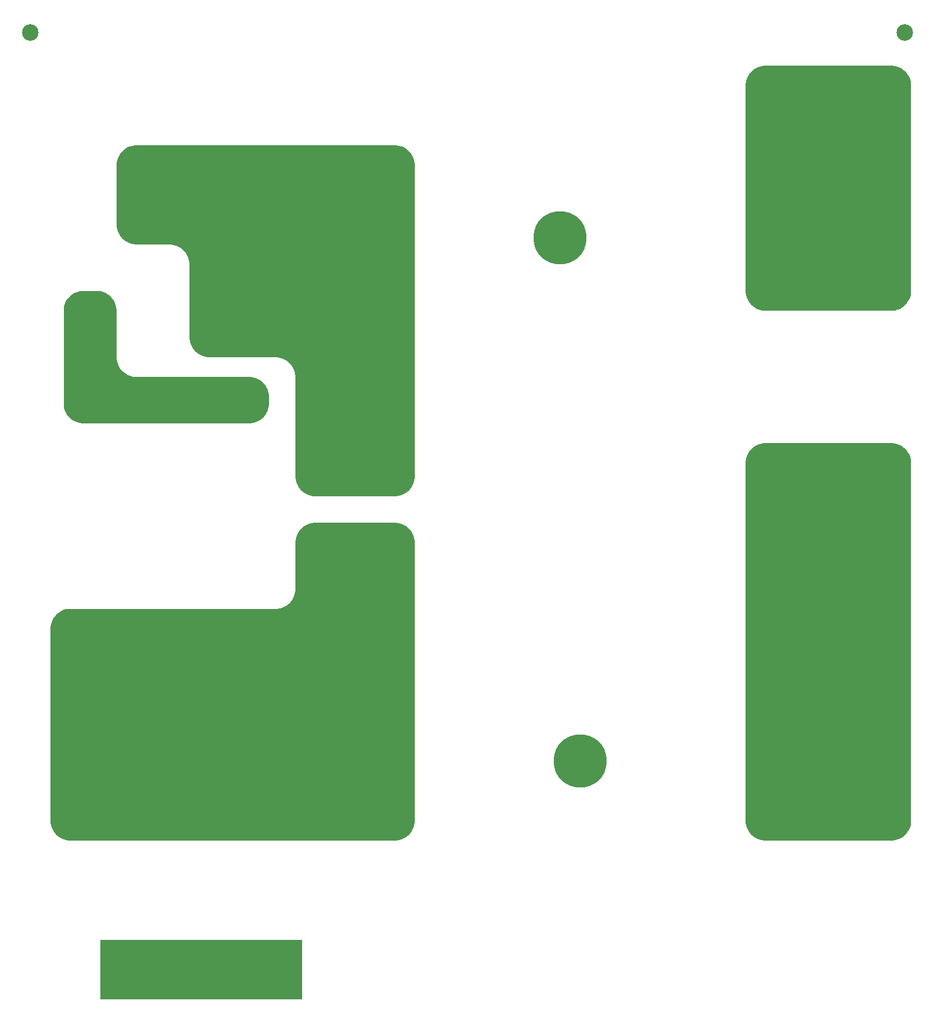
<source format=gbl>
G04 Layer_Physical_Order=2*
G04 Layer_Color=16711680*
%FSLAX24Y24*%
%MOIN*%
G70*
G01*
G75*
%ADD10C,0.0787*%
%ADD11C,0.0950*%
%ADD12C,0.0984*%
%ADD13C,0.0800*%
%ADD14C,0.3150*%
%ADD15C,0.2756*%
%ADD16C,0.0472*%
%ADD17R,1.2008X0.3543*%
G36*
X22441Y53150D02*
X22441Y53150D01*
X22518Y53150D01*
X22672Y53129D01*
X22821Y53089D01*
X22964Y53030D01*
X23099Y52953D01*
X23221Y52858D01*
X23331Y52749D01*
X23425Y52626D01*
X23503Y52492D01*
X23562Y52349D01*
X23602Y52199D01*
X23622Y52046D01*
Y51968D01*
X23622Y33465D01*
X23622Y33465D01*
X23622Y33387D01*
X23602Y33234D01*
X23562Y33084D01*
X23503Y32941D01*
X23425Y32807D01*
X23331Y32684D01*
X23221Y32575D01*
X23099Y32480D01*
X22964Y32403D01*
X22821Y32344D01*
X22672Y32304D01*
X22518Y32283D01*
X22441Y32283D01*
X17717Y32283D01*
X17639Y32283D01*
X17486Y32304D01*
X17336Y32344D01*
X17193Y32403D01*
X17059Y32480D01*
X16936Y32575D01*
X16827Y32684D01*
X16732Y32807D01*
X16655Y32941D01*
X16596Y33084D01*
X16556Y33234D01*
X16535Y33387D01*
X16535Y33465D01*
X16535Y39370D01*
X16535Y39370D01*
X16535Y39370D01*
X16533Y39447D01*
X16513Y39600D01*
X16473Y39750D01*
X16414Y39892D01*
X16336Y40026D01*
X16242Y40149D01*
X16133Y40258D01*
X16011Y40352D01*
X15877Y40429D01*
X15734Y40489D01*
X15585Y40528D01*
X15432Y40549D01*
X15354Y40551D01*
X11417Y40551D01*
X11417Y40551D01*
X11340Y40551D01*
X11186Y40571D01*
X11037Y40611D01*
X10894Y40671D01*
X10760Y40748D01*
X10637Y40842D01*
X10527Y40952D01*
X10433Y41075D01*
X10356Y41209D01*
X10296Y41352D01*
X10256Y41501D01*
X10236Y41655D01*
Y41732D01*
X10236Y46063D01*
X10236Y46063D01*
X10236Y46063D01*
X10234Y46140D01*
X10214Y46293D01*
X10174Y46443D01*
X10114Y46585D01*
X10037Y46719D01*
X9943Y46842D01*
X9834Y46951D01*
X9711Y47045D01*
X9578Y47122D01*
X9435Y47181D01*
X9286Y47221D01*
X9132Y47242D01*
X9055Y47244D01*
X7087Y47244D01*
X7009D01*
X6856Y47264D01*
X6706Y47304D01*
X6563Y47364D01*
X6429Y47441D01*
X6306Y47535D01*
X6197Y47645D01*
X6102Y47768D01*
X6025Y47902D01*
X5966Y48045D01*
X5926Y48194D01*
X5906Y48348D01*
Y48425D01*
Y51968D01*
Y52046D01*
X5926Y52199D01*
X5966Y52349D01*
X6025Y52492D01*
X6102Y52626D01*
X6197Y52749D01*
X6306Y52858D01*
X6429Y52953D01*
X6563Y53030D01*
X6706Y53089D01*
X6856Y53129D01*
X7009Y53150D01*
X7087D01*
X22441Y53150D01*
X22441Y53150D01*
D02*
G37*
G36*
X17717Y30709D02*
X22441Y30709D01*
X22441Y30709D01*
X22441Y30709D01*
X22518Y30709D01*
X22672Y30688D01*
X22821Y30648D01*
X22964Y30589D01*
X23099Y30512D01*
X23221Y30417D01*
X23331Y30308D01*
X23425Y30185D01*
X23503Y30051D01*
X23562Y29908D01*
X23602Y29758D01*
X23622Y29605D01*
X23622Y29528D01*
X23622Y12992D01*
X23622Y12992D01*
X23622Y12915D01*
X23602Y12761D01*
X23562Y12612D01*
X23503Y12469D01*
X23425Y12335D01*
X23331Y12212D01*
X23221Y12102D01*
X23099Y12008D01*
X22964Y11931D01*
X22821Y11871D01*
X22672Y11831D01*
X22518Y11811D01*
X22441Y11811D01*
X3150Y11811D01*
X3150Y11811D01*
X3072D01*
X2919Y11831D01*
X2769Y11871D01*
X2626Y11931D01*
X2492Y12008D01*
X2369Y12102D01*
X2260Y12212D01*
X2165Y12335D01*
X2088Y12469D01*
X2029Y12612D01*
X1989Y12761D01*
X1969Y12915D01*
Y12992D01*
X1969Y24362D01*
X1969Y24409D01*
X1969Y24409D01*
X1969Y24409D01*
X1969Y24409D01*
X1969Y24487D01*
X1989Y24640D01*
X2029Y24790D01*
X2088Y24933D01*
X2165Y25067D01*
X2260Y25190D01*
X2369Y25299D01*
X2492Y25394D01*
X2626Y25471D01*
X2769Y25530D01*
X2919Y25570D01*
X3072Y25591D01*
X3150Y25591D01*
X15307Y25591D01*
X15354Y25591D01*
X15354Y25591D01*
X15354Y25591D01*
X15432Y25593D01*
X15585Y25613D01*
X15734Y25653D01*
X15877Y25712D01*
X16011Y25790D01*
X16133Y25884D01*
X16242Y25993D01*
X16336Y26115D01*
X16414Y26249D01*
X16473Y26392D01*
X16513Y26541D01*
X16533Y26694D01*
X16535Y26772D01*
X16535Y29528D01*
X16535Y29528D01*
X16535Y29528D01*
X16535Y29605D01*
X16556Y29758D01*
X16596Y29908D01*
X16655Y30051D01*
X16732Y30185D01*
X16827Y30308D01*
X16936Y30417D01*
X17059Y30512D01*
X17193Y30589D01*
X17336Y30648D01*
X17486Y30688D01*
X17639Y30709D01*
X17717Y30709D01*
D02*
G37*
G36*
X51968Y35433D02*
X52046Y35433D01*
X52199Y35413D01*
X52349Y35373D01*
X52492Y35314D01*
X52626Y35236D01*
X52749Y35142D01*
X52858Y35032D01*
X52953Y34910D01*
X53030Y34775D01*
X53089Y34632D01*
X53129Y34483D01*
X53150Y34329D01*
Y34252D01*
Y12992D01*
X53150Y12992D01*
Y12915D01*
X53129Y12761D01*
X53089Y12612D01*
X53030Y12469D01*
X52953Y12335D01*
X52858Y12212D01*
X52749Y12102D01*
X52626Y12008D01*
X52492Y11931D01*
X52349Y11871D01*
X52199Y11831D01*
X52046Y11811D01*
X44488D01*
X44411Y11811D01*
X44257Y11831D01*
X44108Y11871D01*
X43965Y11931D01*
X43831Y12008D01*
X43708Y12102D01*
X43598Y12212D01*
X43504Y12335D01*
X43427Y12469D01*
X43367Y12612D01*
X43327Y12761D01*
X43307Y12915D01*
Y12992D01*
X43307Y34252D01*
X43307Y34252D01*
X43307Y34252D01*
X43307Y34329D01*
X43327Y34483D01*
X43367Y34632D01*
X43427Y34775D01*
X43504Y34910D01*
X43598Y35032D01*
X43708Y35142D01*
X43831Y35236D01*
X43965Y35314D01*
X44108Y35373D01*
X44257Y35413D01*
X44411Y35433D01*
X44488Y35433D01*
X51968Y35433D01*
Y35433D01*
D02*
G37*
G36*
X51968Y57874D02*
X51968Y57874D01*
X52046Y57874D01*
X52199Y57854D01*
X52349Y57814D01*
X52492Y57754D01*
X52626Y57677D01*
X52749Y57583D01*
X52858Y57473D01*
X52953Y57351D01*
X53030Y57216D01*
X53089Y57073D01*
X53129Y56924D01*
X53150Y56770D01*
X53150Y56693D01*
X53150Y44488D01*
X53150Y44488D01*
X53150Y44411D01*
X53129Y44257D01*
X53089Y44108D01*
X53030Y43965D01*
X52953Y43831D01*
X52858Y43708D01*
X52749Y43598D01*
X52626Y43504D01*
X52492Y43427D01*
X52349Y43367D01*
X52199Y43327D01*
X52046Y43307D01*
X51968Y43307D01*
X44488Y43307D01*
X44488Y43307D01*
X44411D01*
X44257Y43327D01*
X44108Y43367D01*
X43965Y43427D01*
X43831Y43504D01*
X43708Y43598D01*
X43598Y43708D01*
X43504Y43831D01*
X43427Y43965D01*
X43367Y44108D01*
X43327Y44257D01*
X43307Y44411D01*
X43307Y44488D01*
X43307Y56693D01*
X43307Y56693D01*
X43307Y56693D01*
X43307Y56770D01*
X43327Y56924D01*
X43367Y57073D01*
X43427Y57216D01*
X43504Y57351D01*
X43598Y57473D01*
X43708Y57583D01*
X43831Y57677D01*
X43965Y57754D01*
X44108Y57814D01*
X44257Y57854D01*
X44411Y57874D01*
X44488Y57874D01*
X51968Y57874D01*
X51968Y57874D01*
D02*
G37*
G36*
X4955Y44468D02*
X5105Y44428D01*
X5248Y44369D01*
X5382Y44291D01*
X5505Y44197D01*
X5614Y44088D01*
X5709Y43965D01*
X5786Y43831D01*
X5845Y43688D01*
X5885Y43538D01*
X5906Y43384D01*
X5906Y43307D01*
X5906D01*
Y40551D01*
X5908Y40474D01*
X5928Y40321D01*
X5968Y40172D01*
X6027Y40029D01*
X6105Y39895D01*
X6199Y39772D01*
X6308Y39663D01*
X6430Y39569D01*
X6564Y39492D01*
X6707Y39433D01*
X6856Y39393D01*
X7009Y39373D01*
X7087Y39370D01*
X7087Y39370D01*
X13780Y39370D01*
X13857D01*
X14010Y39350D01*
X14160Y39310D01*
X14303Y39251D01*
X14437Y39173D01*
X14560Y39079D01*
X14669Y38969D01*
X14764Y38847D01*
X14841Y38712D01*
X14900Y38569D01*
X14940Y38420D01*
X14961Y38266D01*
Y38189D01*
X14961D01*
X14961Y38189D01*
X14961Y37718D01*
X14940Y37564D01*
X14900Y37415D01*
X14841Y37272D01*
X14764Y37138D01*
X14669Y37015D01*
X14560Y36905D01*
X14437Y36811D01*
X14303Y36734D01*
X14160Y36674D01*
X14010Y36634D01*
X13857Y36614D01*
X13780D01*
X3937Y36614D01*
X3860Y36614D01*
X3706Y36634D01*
X3557Y36674D01*
X3413Y36734D01*
X3279Y36811D01*
X3157Y36905D01*
X3047Y37015D01*
X2953Y37138D01*
X2875Y37272D01*
X2816Y37415D01*
X2776Y37564D01*
X2756Y37718D01*
Y37795D01*
X2756Y43307D01*
X2756Y43384D01*
X2776Y43538D01*
X2816Y43688D01*
X2875Y43831D01*
X2953Y43965D01*
X3047Y44088D01*
X3157Y44197D01*
X3279Y44291D01*
X3413Y44369D01*
X3557Y44428D01*
X3706Y44468D01*
X3860Y44488D01*
X3937Y44488D01*
X3937Y44488D01*
X4724Y44488D01*
X4802D01*
X4955Y44468D01*
D02*
G37*
D10*
X19685Y29996D02*
D03*
Y32996D02*
D03*
D11*
X7843Y15748D02*
D03*
X9843D02*
D03*
X49606Y54724D02*
D03*
X51606D02*
D03*
X8236Y50394D02*
D03*
X10236D02*
D03*
X49575Y31496D02*
D03*
X51575D02*
D03*
D12*
X14699Y42126D02*
D03*
X4199D02*
D03*
X787Y59843D02*
D03*
X52756D02*
D03*
D13*
X5118Y38189D02*
D03*
Y23425D02*
D03*
X13780Y38189D02*
D03*
Y23425D02*
D03*
D14*
X32283Y47638D02*
D03*
X33465Y16535D02*
D03*
D15*
X47343Y47638D02*
D03*
X17224D02*
D03*
X48524Y16535D02*
D03*
X18406D02*
D03*
D16*
X23071Y18346D02*
D03*
Y17165D02*
D03*
Y15984D02*
D03*
Y14803D02*
D03*
Y13622D02*
D03*
Y12441D02*
D03*
X21890Y18346D02*
D03*
Y17165D02*
D03*
Y15984D02*
D03*
Y14803D02*
D03*
Y13622D02*
D03*
Y12441D02*
D03*
X20709Y18346D02*
D03*
Y17165D02*
D03*
Y15984D02*
D03*
Y14803D02*
D03*
Y13622D02*
D03*
Y12441D02*
D03*
X19528Y18346D02*
D03*
Y14803D02*
D03*
Y13622D02*
D03*
Y12441D02*
D03*
X18346Y18346D02*
D03*
Y14803D02*
D03*
Y13622D02*
D03*
Y12441D02*
D03*
X17165Y18346D02*
D03*
Y14803D02*
D03*
Y13622D02*
D03*
Y12441D02*
D03*
X15984Y18346D02*
D03*
Y17165D02*
D03*
Y15984D02*
D03*
Y14803D02*
D03*
Y13622D02*
D03*
Y12441D02*
D03*
X14803Y18346D02*
D03*
Y17165D02*
D03*
Y15984D02*
D03*
Y14803D02*
D03*
Y13622D02*
D03*
Y12441D02*
D03*
X13622Y18346D02*
D03*
Y17165D02*
D03*
Y15984D02*
D03*
Y14803D02*
D03*
Y13622D02*
D03*
Y12441D02*
D03*
X12441Y18346D02*
D03*
Y17165D02*
D03*
Y15984D02*
D03*
Y14803D02*
D03*
Y13622D02*
D03*
Y12441D02*
D03*
X11260Y18346D02*
D03*
Y17165D02*
D03*
Y15984D02*
D03*
Y14803D02*
D03*
Y13622D02*
D03*
Y12441D02*
D03*
X10079Y18346D02*
D03*
Y17165D02*
D03*
Y14803D02*
D03*
Y13622D02*
D03*
Y12441D02*
D03*
X8898Y18346D02*
D03*
Y17165D02*
D03*
Y12441D02*
D03*
X7717Y18346D02*
D03*
Y17165D02*
D03*
Y14803D02*
D03*
Y13622D02*
D03*
Y12441D02*
D03*
X6535Y18346D02*
D03*
Y17165D02*
D03*
Y15984D02*
D03*
Y14803D02*
D03*
Y13622D02*
D03*
Y12441D02*
D03*
X5354Y18346D02*
D03*
Y17165D02*
D03*
Y15984D02*
D03*
Y14803D02*
D03*
Y13622D02*
D03*
Y12441D02*
D03*
X4173Y18346D02*
D03*
Y17165D02*
D03*
Y15984D02*
D03*
Y14803D02*
D03*
Y13622D02*
D03*
Y12441D02*
D03*
X2992Y18346D02*
D03*
Y17165D02*
D03*
Y15984D02*
D03*
Y14803D02*
D03*
Y13622D02*
D03*
Y12441D02*
D03*
X19528Y51417D02*
D03*
Y50236D02*
D03*
Y49055D02*
D03*
Y47874D02*
D03*
Y46693D02*
D03*
Y45512D02*
D03*
Y44331D02*
D03*
X18346Y51417D02*
D03*
Y50236D02*
D03*
Y49055D02*
D03*
Y45512D02*
D03*
Y44331D02*
D03*
X17165Y51417D02*
D03*
Y50236D02*
D03*
Y45512D02*
D03*
Y44331D02*
D03*
X15984Y51417D02*
D03*
Y50236D02*
D03*
Y49055D02*
D03*
Y45512D02*
D03*
Y44331D02*
D03*
X14803Y51417D02*
D03*
Y50236D02*
D03*
Y49055D02*
D03*
Y47874D02*
D03*
Y46693D02*
D03*
Y45512D02*
D03*
Y44331D02*
D03*
X11260Y52598D02*
D03*
Y51417D02*
D03*
Y50236D02*
D03*
Y49055D02*
D03*
Y47874D02*
D03*
X10079Y52598D02*
D03*
Y51417D02*
D03*
Y49055D02*
D03*
Y47874D02*
D03*
X8898Y52598D02*
D03*
Y51417D02*
D03*
Y49055D02*
D03*
X7717Y52598D02*
D03*
Y51417D02*
D03*
Y49055D02*
D03*
Y47874D02*
D03*
X6535Y52598D02*
D03*
Y51417D02*
D03*
Y50236D02*
D03*
Y49055D02*
D03*
Y47874D02*
D03*
X52598Y32520D02*
D03*
Y31339D02*
D03*
Y30157D02*
D03*
X51417Y33701D02*
D03*
Y32520D02*
D03*
Y30157D02*
D03*
Y28976D02*
D03*
X50236Y33701D02*
D03*
Y32520D02*
D03*
Y30157D02*
D03*
Y28976D02*
D03*
X49055Y33701D02*
D03*
Y32520D02*
D03*
Y30157D02*
D03*
Y28976D02*
D03*
X47874Y33701D02*
D03*
Y32520D02*
D03*
Y31339D02*
D03*
Y30157D02*
D03*
Y28976D02*
D03*
X46693Y33701D02*
D03*
Y32520D02*
D03*
Y31339D02*
D03*
Y30157D02*
D03*
Y28976D02*
D03*
X45512Y33701D02*
D03*
Y32520D02*
D03*
Y31339D02*
D03*
Y30157D02*
D03*
Y28976D02*
D03*
X44331Y32520D02*
D03*
Y31339D02*
D03*
Y30157D02*
D03*
X52362Y19488D02*
D03*
Y18307D02*
D03*
Y17126D02*
D03*
Y15945D02*
D03*
Y14764D02*
D03*
X51181Y20669D02*
D03*
Y19488D02*
D03*
Y18307D02*
D03*
Y17126D02*
D03*
Y15945D02*
D03*
Y14764D02*
D03*
Y13583D02*
D03*
X50000Y20669D02*
D03*
Y19488D02*
D03*
Y13583D02*
D03*
X48819Y20669D02*
D03*
Y19488D02*
D03*
Y13583D02*
D03*
X47638Y20669D02*
D03*
Y19488D02*
D03*
Y13583D02*
D03*
X46457Y20669D02*
D03*
Y19488D02*
D03*
Y13583D02*
D03*
X45276Y20669D02*
D03*
Y19488D02*
D03*
Y18307D02*
D03*
Y17126D02*
D03*
Y15945D02*
D03*
Y14764D02*
D03*
Y13583D02*
D03*
X44094Y19488D02*
D03*
Y18307D02*
D03*
Y17126D02*
D03*
Y15945D02*
D03*
Y14764D02*
D03*
X51772Y56299D02*
D03*
Y52756D02*
D03*
Y51575D02*
D03*
Y50394D02*
D03*
Y49213D02*
D03*
Y48032D02*
D03*
Y46850D02*
D03*
Y45669D02*
D03*
Y44488D02*
D03*
X50591Y56299D02*
D03*
Y52756D02*
D03*
Y50394D02*
D03*
Y49213D02*
D03*
Y48032D02*
D03*
Y46850D02*
D03*
Y45669D02*
D03*
Y44488D02*
D03*
X49409Y56299D02*
D03*
Y52756D02*
D03*
Y51575D02*
D03*
Y50394D02*
D03*
Y49213D02*
D03*
Y48032D02*
D03*
Y46850D02*
D03*
Y45669D02*
D03*
Y44488D02*
D03*
X48228Y56299D02*
D03*
Y55118D02*
D03*
Y53937D02*
D03*
Y52756D02*
D03*
Y51575D02*
D03*
Y50394D02*
D03*
Y45669D02*
D03*
Y44488D02*
D03*
X47047Y56299D02*
D03*
Y55118D02*
D03*
Y53937D02*
D03*
Y52756D02*
D03*
Y51575D02*
D03*
Y50394D02*
D03*
Y45669D02*
D03*
Y44488D02*
D03*
X45866Y56299D02*
D03*
Y55118D02*
D03*
Y53937D02*
D03*
Y52756D02*
D03*
Y51575D02*
D03*
Y50394D02*
D03*
Y45669D02*
D03*
Y44488D02*
D03*
X44685Y56299D02*
D03*
Y55118D02*
D03*
Y53937D02*
D03*
Y52756D02*
D03*
Y51575D02*
D03*
Y50394D02*
D03*
Y49213D02*
D03*
Y48032D02*
D03*
Y46850D02*
D03*
Y45669D02*
D03*
Y44488D02*
D03*
D17*
X10925Y4134D02*
D03*
M02*

</source>
